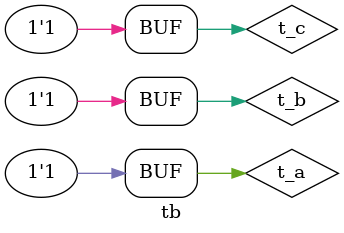
<source format=v>
module tb; 
wire t_out_sum, t_out_carry; 
reg t_a, t_b, t_c; 
full_adder_join my_full_adder(.A(t_a), .B(t_b), .C(t_c), .SUM(t_out_sum), .COUT(t_out_carry)); 
initial 
begin // 1 
t_a = 1'b0; 
t_b = 1'b0; 
t_c = 1'b0;
#5 //2 
t_a = 1'b0; 
t_b = 1'b0; 
t_c = 1'b1;
#5 //3 
t_a = 1'b0; 
t_b = 1'b1; 
t_c = 1'b0;
#5 //4 
t_a = 1'b0; 
t_b = 1'b1; 
t_c = 1'b1;
#5 //5 
t_a = 1'b1; 
t_b = 1'b0; 
t_c = 1'b0;
#5 //6 
t_a = 1'b1; 
t_b = 1'b0; 
t_c = 1'b1;
#5 //7 
t_a = 1'b1; 
t_b = 1'b1; 
t_c = 1'b0;
#5 //8
t_a = 1'b1; 
t_b = 1'b1; 
t_c = 1'b1;
end 
endmodule
</source>
